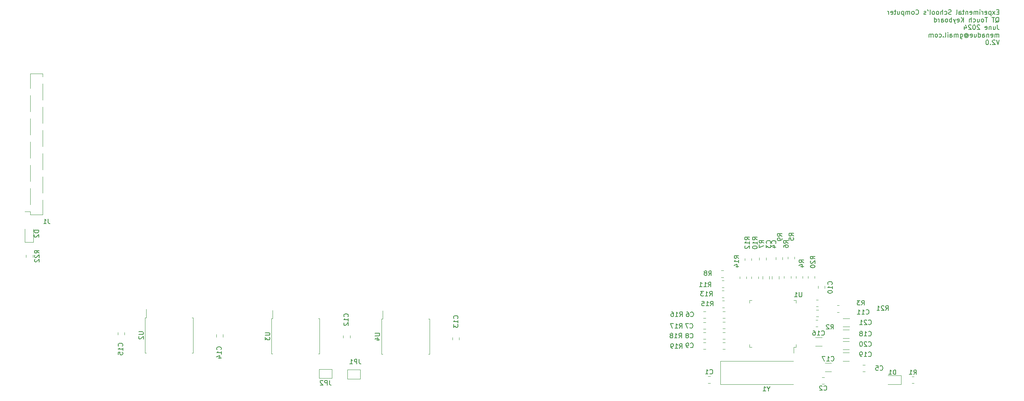
<source format=gbr>
G04 #@! TF.GenerationSoftware,KiCad,Pcbnew,5.1.5+dfsg1-2build2*
G04 #@! TF.CreationDate,2024-06-21T19:05:47+01:00*
G04 #@! TF.ProjectId,qt_touch1,71745f74-6f75-4636-9831-2e6b69636164,rev?*
G04 #@! TF.SameCoordinates,Original*
G04 #@! TF.FileFunction,Legend,Bot*
G04 #@! TF.FilePolarity,Positive*
%FSLAX46Y46*%
G04 Gerber Fmt 4.6, Leading zero omitted, Abs format (unit mm)*
G04 Created by KiCad (PCBNEW 5.1.5+dfsg1-2build2) date 2024-06-21 19:05:47*
%MOMM*%
%LPD*%
G04 APERTURE LIST*
%ADD10C,0.150000*%
%ADD11C,0.120000*%
G04 APERTURE END LIST*
D10*
X244739404Y-59853571D02*
X244406071Y-59853571D01*
X244263214Y-60377380D02*
X244739404Y-60377380D01*
X244739404Y-59377380D01*
X244263214Y-59377380D01*
X243929880Y-60377380D02*
X243406071Y-59710714D01*
X243929880Y-59710714D02*
X243406071Y-60377380D01*
X243025119Y-59710714D02*
X243025119Y-60710714D01*
X243025119Y-59758333D02*
X242929880Y-59710714D01*
X242739404Y-59710714D01*
X242644166Y-59758333D01*
X242596547Y-59805952D01*
X242548928Y-59901190D01*
X242548928Y-60186904D01*
X242596547Y-60282142D01*
X242644166Y-60329761D01*
X242739404Y-60377380D01*
X242929880Y-60377380D01*
X243025119Y-60329761D01*
X241739404Y-60329761D02*
X241834642Y-60377380D01*
X242025119Y-60377380D01*
X242120357Y-60329761D01*
X242167976Y-60234523D01*
X242167976Y-59853571D01*
X242120357Y-59758333D01*
X242025119Y-59710714D01*
X241834642Y-59710714D01*
X241739404Y-59758333D01*
X241691785Y-59853571D01*
X241691785Y-59948809D01*
X242167976Y-60044047D01*
X241263214Y-60377380D02*
X241263214Y-59710714D01*
X241263214Y-59901190D02*
X241215595Y-59805952D01*
X241167976Y-59758333D01*
X241072738Y-59710714D01*
X240977500Y-59710714D01*
X240644166Y-60377380D02*
X240644166Y-59710714D01*
X240644166Y-59377380D02*
X240691785Y-59425000D01*
X240644166Y-59472619D01*
X240596547Y-59425000D01*
X240644166Y-59377380D01*
X240644166Y-59472619D01*
X240167976Y-60377380D02*
X240167976Y-59710714D01*
X240167976Y-59805952D02*
X240120357Y-59758333D01*
X240025119Y-59710714D01*
X239882261Y-59710714D01*
X239787023Y-59758333D01*
X239739404Y-59853571D01*
X239739404Y-60377380D01*
X239739404Y-59853571D02*
X239691785Y-59758333D01*
X239596547Y-59710714D01*
X239453690Y-59710714D01*
X239358452Y-59758333D01*
X239310833Y-59853571D01*
X239310833Y-60377380D01*
X238453690Y-60329761D02*
X238548928Y-60377380D01*
X238739404Y-60377380D01*
X238834642Y-60329761D01*
X238882261Y-60234523D01*
X238882261Y-59853571D01*
X238834642Y-59758333D01*
X238739404Y-59710714D01*
X238548928Y-59710714D01*
X238453690Y-59758333D01*
X238406071Y-59853571D01*
X238406071Y-59948809D01*
X238882261Y-60044047D01*
X237977500Y-59710714D02*
X237977500Y-60377380D01*
X237977500Y-59805952D02*
X237929880Y-59758333D01*
X237834642Y-59710714D01*
X237691785Y-59710714D01*
X237596547Y-59758333D01*
X237548928Y-59853571D01*
X237548928Y-60377380D01*
X237215595Y-59710714D02*
X236834642Y-59710714D01*
X237072738Y-59377380D02*
X237072738Y-60234523D01*
X237025119Y-60329761D01*
X236929880Y-60377380D01*
X236834642Y-60377380D01*
X236072738Y-60377380D02*
X236072738Y-59853571D01*
X236120357Y-59758333D01*
X236215595Y-59710714D01*
X236406071Y-59710714D01*
X236501309Y-59758333D01*
X236072738Y-60329761D02*
X236167976Y-60377380D01*
X236406071Y-60377380D01*
X236501309Y-60329761D01*
X236548928Y-60234523D01*
X236548928Y-60139285D01*
X236501309Y-60044047D01*
X236406071Y-59996428D01*
X236167976Y-59996428D01*
X236072738Y-59948809D01*
X235453690Y-60377380D02*
X235548928Y-60329761D01*
X235596547Y-60234523D01*
X235596547Y-59377380D01*
X234358452Y-60329761D02*
X234215595Y-60377380D01*
X233977500Y-60377380D01*
X233882261Y-60329761D01*
X233834642Y-60282142D01*
X233787023Y-60186904D01*
X233787023Y-60091666D01*
X233834642Y-59996428D01*
X233882261Y-59948809D01*
X233977500Y-59901190D01*
X234167976Y-59853571D01*
X234263214Y-59805952D01*
X234310833Y-59758333D01*
X234358452Y-59663095D01*
X234358452Y-59567857D01*
X234310833Y-59472619D01*
X234263214Y-59425000D01*
X234167976Y-59377380D01*
X233929880Y-59377380D01*
X233787023Y-59425000D01*
X232929880Y-60329761D02*
X233025119Y-60377380D01*
X233215595Y-60377380D01*
X233310833Y-60329761D01*
X233358452Y-60282142D01*
X233406071Y-60186904D01*
X233406071Y-59901190D01*
X233358452Y-59805952D01*
X233310833Y-59758333D01*
X233215595Y-59710714D01*
X233025119Y-59710714D01*
X232929880Y-59758333D01*
X232501309Y-60377380D02*
X232501309Y-59377380D01*
X232072738Y-60377380D02*
X232072738Y-59853571D01*
X232120357Y-59758333D01*
X232215595Y-59710714D01*
X232358452Y-59710714D01*
X232453690Y-59758333D01*
X232501309Y-59805952D01*
X231453690Y-60377380D02*
X231548928Y-60329761D01*
X231596547Y-60282142D01*
X231644166Y-60186904D01*
X231644166Y-59901190D01*
X231596547Y-59805952D01*
X231548928Y-59758333D01*
X231453690Y-59710714D01*
X231310833Y-59710714D01*
X231215595Y-59758333D01*
X231167976Y-59805952D01*
X231120357Y-59901190D01*
X231120357Y-60186904D01*
X231167976Y-60282142D01*
X231215595Y-60329761D01*
X231310833Y-60377380D01*
X231453690Y-60377380D01*
X230548928Y-60377380D02*
X230644166Y-60329761D01*
X230691785Y-60282142D01*
X230739404Y-60186904D01*
X230739404Y-59901190D01*
X230691785Y-59805952D01*
X230644166Y-59758333D01*
X230548928Y-59710714D01*
X230406071Y-59710714D01*
X230310833Y-59758333D01*
X230263214Y-59805952D01*
X230215595Y-59901190D01*
X230215595Y-60186904D01*
X230263214Y-60282142D01*
X230310833Y-60329761D01*
X230406071Y-60377380D01*
X230548928Y-60377380D01*
X229644166Y-60377380D02*
X229739404Y-60329761D01*
X229787023Y-60234523D01*
X229787023Y-59377380D01*
X229215595Y-59377380D02*
X229310833Y-59567857D01*
X228834642Y-60329761D02*
X228739404Y-60377380D01*
X228548928Y-60377380D01*
X228453690Y-60329761D01*
X228406071Y-60234523D01*
X228406071Y-60186904D01*
X228453690Y-60091666D01*
X228548928Y-60044047D01*
X228691785Y-60044047D01*
X228787023Y-59996428D01*
X228834642Y-59901190D01*
X228834642Y-59853571D01*
X228787023Y-59758333D01*
X228691785Y-59710714D01*
X228548928Y-59710714D01*
X228453690Y-59758333D01*
X226644166Y-60282142D02*
X226691785Y-60329761D01*
X226834642Y-60377380D01*
X226929880Y-60377380D01*
X227072738Y-60329761D01*
X227167976Y-60234523D01*
X227215595Y-60139285D01*
X227263214Y-59948809D01*
X227263214Y-59805952D01*
X227215595Y-59615476D01*
X227167976Y-59520238D01*
X227072738Y-59425000D01*
X226929880Y-59377380D01*
X226834642Y-59377380D01*
X226691785Y-59425000D01*
X226644166Y-59472619D01*
X226072738Y-60377380D02*
X226167976Y-60329761D01*
X226215595Y-60282142D01*
X226263214Y-60186904D01*
X226263214Y-59901190D01*
X226215595Y-59805952D01*
X226167976Y-59758333D01*
X226072738Y-59710714D01*
X225929880Y-59710714D01*
X225834642Y-59758333D01*
X225787023Y-59805952D01*
X225739404Y-59901190D01*
X225739404Y-60186904D01*
X225787023Y-60282142D01*
X225834642Y-60329761D01*
X225929880Y-60377380D01*
X226072738Y-60377380D01*
X225310833Y-60377380D02*
X225310833Y-59710714D01*
X225310833Y-59805952D02*
X225263214Y-59758333D01*
X225167976Y-59710714D01*
X225025119Y-59710714D01*
X224929880Y-59758333D01*
X224882261Y-59853571D01*
X224882261Y-60377380D01*
X224882261Y-59853571D02*
X224834642Y-59758333D01*
X224739404Y-59710714D01*
X224596547Y-59710714D01*
X224501309Y-59758333D01*
X224453690Y-59853571D01*
X224453690Y-60377380D01*
X223977500Y-59710714D02*
X223977500Y-60710714D01*
X223977500Y-59758333D02*
X223882261Y-59710714D01*
X223691785Y-59710714D01*
X223596547Y-59758333D01*
X223548928Y-59805952D01*
X223501309Y-59901190D01*
X223501309Y-60186904D01*
X223548928Y-60282142D01*
X223596547Y-60329761D01*
X223691785Y-60377380D01*
X223882261Y-60377380D01*
X223977500Y-60329761D01*
X222644166Y-59710714D02*
X222644166Y-60377380D01*
X223072738Y-59710714D02*
X223072738Y-60234523D01*
X223025119Y-60329761D01*
X222929880Y-60377380D01*
X222787023Y-60377380D01*
X222691785Y-60329761D01*
X222644166Y-60282142D01*
X222310833Y-59710714D02*
X221929880Y-59710714D01*
X222167976Y-59377380D02*
X222167976Y-60234523D01*
X222120357Y-60329761D01*
X222025119Y-60377380D01*
X221929880Y-60377380D01*
X221215595Y-60329761D02*
X221310833Y-60377380D01*
X221501309Y-60377380D01*
X221596547Y-60329761D01*
X221644166Y-60234523D01*
X221644166Y-59853571D01*
X221596547Y-59758333D01*
X221501309Y-59710714D01*
X221310833Y-59710714D01*
X221215595Y-59758333D01*
X221167976Y-59853571D01*
X221167976Y-59948809D01*
X221644166Y-60044047D01*
X220739404Y-60377380D02*
X220739404Y-59710714D01*
X220739404Y-59901190D02*
X220691785Y-59805952D01*
X220644166Y-59758333D01*
X220548928Y-59710714D01*
X220453690Y-59710714D01*
X244072738Y-62122619D02*
X244167976Y-62075000D01*
X244263214Y-61979761D01*
X244406071Y-61836904D01*
X244501309Y-61789285D01*
X244596547Y-61789285D01*
X244548928Y-62027380D02*
X244644166Y-61979761D01*
X244739404Y-61884523D01*
X244787023Y-61694047D01*
X244787023Y-61360714D01*
X244739404Y-61170238D01*
X244644166Y-61075000D01*
X244548928Y-61027380D01*
X244358452Y-61027380D01*
X244263214Y-61075000D01*
X244167976Y-61170238D01*
X244120357Y-61360714D01*
X244120357Y-61694047D01*
X244167976Y-61884523D01*
X244263214Y-61979761D01*
X244358452Y-62027380D01*
X244548928Y-62027380D01*
X243834642Y-61027380D02*
X243263214Y-61027380D01*
X243548928Y-62027380D02*
X243548928Y-61027380D01*
X242310833Y-61027380D02*
X241739404Y-61027380D01*
X242025119Y-62027380D02*
X242025119Y-61027380D01*
X241263214Y-62027380D02*
X241358452Y-61979761D01*
X241406071Y-61932142D01*
X241453690Y-61836904D01*
X241453690Y-61551190D01*
X241406071Y-61455952D01*
X241358452Y-61408333D01*
X241263214Y-61360714D01*
X241120357Y-61360714D01*
X241025119Y-61408333D01*
X240977500Y-61455952D01*
X240929880Y-61551190D01*
X240929880Y-61836904D01*
X240977500Y-61932142D01*
X241025119Y-61979761D01*
X241120357Y-62027380D01*
X241263214Y-62027380D01*
X240072738Y-61360714D02*
X240072738Y-62027380D01*
X240501309Y-61360714D02*
X240501309Y-61884523D01*
X240453690Y-61979761D01*
X240358452Y-62027380D01*
X240215595Y-62027380D01*
X240120357Y-61979761D01*
X240072738Y-61932142D01*
X239167976Y-61979761D02*
X239263214Y-62027380D01*
X239453690Y-62027380D01*
X239548928Y-61979761D01*
X239596547Y-61932142D01*
X239644166Y-61836904D01*
X239644166Y-61551190D01*
X239596547Y-61455952D01*
X239548928Y-61408333D01*
X239453690Y-61360714D01*
X239263214Y-61360714D01*
X239167976Y-61408333D01*
X238739404Y-62027380D02*
X238739404Y-61027380D01*
X238310833Y-62027380D02*
X238310833Y-61503571D01*
X238358452Y-61408333D01*
X238453690Y-61360714D01*
X238596547Y-61360714D01*
X238691785Y-61408333D01*
X238739404Y-61455952D01*
X237072738Y-62027380D02*
X237072738Y-61027380D01*
X236501309Y-62027380D02*
X236929880Y-61455952D01*
X236501309Y-61027380D02*
X237072738Y-61598809D01*
X235691785Y-61979761D02*
X235787023Y-62027380D01*
X235977500Y-62027380D01*
X236072738Y-61979761D01*
X236120357Y-61884523D01*
X236120357Y-61503571D01*
X236072738Y-61408333D01*
X235977500Y-61360714D01*
X235787023Y-61360714D01*
X235691785Y-61408333D01*
X235644166Y-61503571D01*
X235644166Y-61598809D01*
X236120357Y-61694047D01*
X235310833Y-61360714D02*
X235072738Y-62027380D01*
X234834642Y-61360714D02*
X235072738Y-62027380D01*
X235167976Y-62265476D01*
X235215595Y-62313095D01*
X235310833Y-62360714D01*
X234453690Y-62027380D02*
X234453690Y-61027380D01*
X234453690Y-61408333D02*
X234358452Y-61360714D01*
X234167976Y-61360714D01*
X234072738Y-61408333D01*
X234025119Y-61455952D01*
X233977500Y-61551190D01*
X233977500Y-61836904D01*
X234025119Y-61932142D01*
X234072738Y-61979761D01*
X234167976Y-62027380D01*
X234358452Y-62027380D01*
X234453690Y-61979761D01*
X233406071Y-62027380D02*
X233501309Y-61979761D01*
X233548928Y-61932142D01*
X233596547Y-61836904D01*
X233596547Y-61551190D01*
X233548928Y-61455952D01*
X233501309Y-61408333D01*
X233406071Y-61360714D01*
X233263214Y-61360714D01*
X233167976Y-61408333D01*
X233120357Y-61455952D01*
X233072738Y-61551190D01*
X233072738Y-61836904D01*
X233120357Y-61932142D01*
X233167976Y-61979761D01*
X233263214Y-62027380D01*
X233406071Y-62027380D01*
X232215595Y-62027380D02*
X232215595Y-61503571D01*
X232263214Y-61408333D01*
X232358452Y-61360714D01*
X232548928Y-61360714D01*
X232644166Y-61408333D01*
X232215595Y-61979761D02*
X232310833Y-62027380D01*
X232548928Y-62027380D01*
X232644166Y-61979761D01*
X232691785Y-61884523D01*
X232691785Y-61789285D01*
X232644166Y-61694047D01*
X232548928Y-61646428D01*
X232310833Y-61646428D01*
X232215595Y-61598809D01*
X231739404Y-62027380D02*
X231739404Y-61360714D01*
X231739404Y-61551190D02*
X231691785Y-61455952D01*
X231644166Y-61408333D01*
X231548928Y-61360714D01*
X231453690Y-61360714D01*
X230691785Y-62027380D02*
X230691785Y-61027380D01*
X230691785Y-61979761D02*
X230787023Y-62027380D01*
X230977500Y-62027380D01*
X231072738Y-61979761D01*
X231120357Y-61932142D01*
X231167976Y-61836904D01*
X231167976Y-61551190D01*
X231120357Y-61455952D01*
X231072738Y-61408333D01*
X230977500Y-61360714D01*
X230787023Y-61360714D01*
X230691785Y-61408333D01*
X244453690Y-62677380D02*
X244453690Y-63391666D01*
X244501309Y-63534523D01*
X244596547Y-63629761D01*
X244739404Y-63677380D01*
X244834642Y-63677380D01*
X243548928Y-63010714D02*
X243548928Y-63677380D01*
X243977500Y-63010714D02*
X243977500Y-63534523D01*
X243929880Y-63629761D01*
X243834642Y-63677380D01*
X243691785Y-63677380D01*
X243596547Y-63629761D01*
X243548928Y-63582142D01*
X243072738Y-63010714D02*
X243072738Y-63677380D01*
X243072738Y-63105952D02*
X243025119Y-63058333D01*
X242929880Y-63010714D01*
X242787023Y-63010714D01*
X242691785Y-63058333D01*
X242644166Y-63153571D01*
X242644166Y-63677380D01*
X241787023Y-63629761D02*
X241882261Y-63677380D01*
X242072738Y-63677380D01*
X242167976Y-63629761D01*
X242215595Y-63534523D01*
X242215595Y-63153571D01*
X242167976Y-63058333D01*
X242072738Y-63010714D01*
X241882261Y-63010714D01*
X241787023Y-63058333D01*
X241739404Y-63153571D01*
X241739404Y-63248809D01*
X242215595Y-63344047D01*
X240596547Y-62772619D02*
X240548928Y-62725000D01*
X240453690Y-62677380D01*
X240215595Y-62677380D01*
X240120357Y-62725000D01*
X240072738Y-62772619D01*
X240025119Y-62867857D01*
X240025119Y-62963095D01*
X240072738Y-63105952D01*
X240644166Y-63677380D01*
X240025119Y-63677380D01*
X239406071Y-62677380D02*
X239310833Y-62677380D01*
X239215595Y-62725000D01*
X239167976Y-62772619D01*
X239120357Y-62867857D01*
X239072738Y-63058333D01*
X239072738Y-63296428D01*
X239120357Y-63486904D01*
X239167976Y-63582142D01*
X239215595Y-63629761D01*
X239310833Y-63677380D01*
X239406071Y-63677380D01*
X239501309Y-63629761D01*
X239548928Y-63582142D01*
X239596547Y-63486904D01*
X239644166Y-63296428D01*
X239644166Y-63058333D01*
X239596547Y-62867857D01*
X239548928Y-62772619D01*
X239501309Y-62725000D01*
X239406071Y-62677380D01*
X238691785Y-62772619D02*
X238644166Y-62725000D01*
X238548928Y-62677380D01*
X238310833Y-62677380D01*
X238215595Y-62725000D01*
X238167976Y-62772619D01*
X238120357Y-62867857D01*
X238120357Y-62963095D01*
X238167976Y-63105952D01*
X238739404Y-63677380D01*
X238120357Y-63677380D01*
X237263214Y-63010714D02*
X237263214Y-63677380D01*
X237501309Y-62629761D02*
X237739404Y-63344047D01*
X237120357Y-63344047D01*
X244739404Y-65327380D02*
X244739404Y-64660714D01*
X244739404Y-64755952D02*
X244691785Y-64708333D01*
X244596547Y-64660714D01*
X244453690Y-64660714D01*
X244358452Y-64708333D01*
X244310833Y-64803571D01*
X244310833Y-65327380D01*
X244310833Y-64803571D02*
X244263214Y-64708333D01*
X244167976Y-64660714D01*
X244025119Y-64660714D01*
X243929880Y-64708333D01*
X243882261Y-64803571D01*
X243882261Y-65327380D01*
X243025119Y-65279761D02*
X243120357Y-65327380D01*
X243310833Y-65327380D01*
X243406071Y-65279761D01*
X243453690Y-65184523D01*
X243453690Y-64803571D01*
X243406071Y-64708333D01*
X243310833Y-64660714D01*
X243120357Y-64660714D01*
X243025119Y-64708333D01*
X242977500Y-64803571D01*
X242977500Y-64898809D01*
X243453690Y-64994047D01*
X242548928Y-64660714D02*
X242548928Y-65327380D01*
X242548928Y-64755952D02*
X242501309Y-64708333D01*
X242406071Y-64660714D01*
X242263214Y-64660714D01*
X242167976Y-64708333D01*
X242120357Y-64803571D01*
X242120357Y-65327380D01*
X241215595Y-65327380D02*
X241215595Y-64803571D01*
X241263214Y-64708333D01*
X241358452Y-64660714D01*
X241548928Y-64660714D01*
X241644166Y-64708333D01*
X241215595Y-65279761D02*
X241310833Y-65327380D01*
X241548928Y-65327380D01*
X241644166Y-65279761D01*
X241691785Y-65184523D01*
X241691785Y-65089285D01*
X241644166Y-64994047D01*
X241548928Y-64946428D01*
X241310833Y-64946428D01*
X241215595Y-64898809D01*
X240310833Y-65327380D02*
X240310833Y-64327380D01*
X240310833Y-65279761D02*
X240406071Y-65327380D01*
X240596547Y-65327380D01*
X240691785Y-65279761D01*
X240739404Y-65232142D01*
X240787023Y-65136904D01*
X240787023Y-64851190D01*
X240739404Y-64755952D01*
X240691785Y-64708333D01*
X240596547Y-64660714D01*
X240406071Y-64660714D01*
X240310833Y-64708333D01*
X239406071Y-64660714D02*
X239406071Y-65327380D01*
X239834642Y-64660714D02*
X239834642Y-65184523D01*
X239787023Y-65279761D01*
X239691785Y-65327380D01*
X239548928Y-65327380D01*
X239453690Y-65279761D01*
X239406071Y-65232142D01*
X238548928Y-65279761D02*
X238644166Y-65327380D01*
X238834642Y-65327380D01*
X238929880Y-65279761D01*
X238977500Y-65184523D01*
X238977500Y-64803571D01*
X238929880Y-64708333D01*
X238834642Y-64660714D01*
X238644166Y-64660714D01*
X238548928Y-64708333D01*
X238501309Y-64803571D01*
X238501309Y-64898809D01*
X238977500Y-64994047D01*
X237453690Y-64851190D02*
X237501309Y-64803571D01*
X237596547Y-64755952D01*
X237691785Y-64755952D01*
X237787023Y-64803571D01*
X237834642Y-64851190D01*
X237882261Y-64946428D01*
X237882261Y-65041666D01*
X237834642Y-65136904D01*
X237787023Y-65184523D01*
X237691785Y-65232142D01*
X237596547Y-65232142D01*
X237501309Y-65184523D01*
X237453690Y-65136904D01*
X237453690Y-64755952D02*
X237453690Y-65136904D01*
X237406071Y-65184523D01*
X237358452Y-65184523D01*
X237263214Y-65136904D01*
X237215595Y-65041666D01*
X237215595Y-64803571D01*
X237310833Y-64660714D01*
X237453690Y-64565476D01*
X237644166Y-64517857D01*
X237834642Y-64565476D01*
X237977500Y-64660714D01*
X238072738Y-64803571D01*
X238120357Y-64994047D01*
X238072738Y-65184523D01*
X237977500Y-65327380D01*
X237834642Y-65422619D01*
X237644166Y-65470238D01*
X237453690Y-65422619D01*
X237310833Y-65327380D01*
X236358452Y-64660714D02*
X236358452Y-65470238D01*
X236406071Y-65565476D01*
X236453690Y-65613095D01*
X236548928Y-65660714D01*
X236691785Y-65660714D01*
X236787023Y-65613095D01*
X236358452Y-65279761D02*
X236453690Y-65327380D01*
X236644166Y-65327380D01*
X236739404Y-65279761D01*
X236787023Y-65232142D01*
X236834642Y-65136904D01*
X236834642Y-64851190D01*
X236787023Y-64755952D01*
X236739404Y-64708333D01*
X236644166Y-64660714D01*
X236453690Y-64660714D01*
X236358452Y-64708333D01*
X235882261Y-65327380D02*
X235882261Y-64660714D01*
X235882261Y-64755952D02*
X235834642Y-64708333D01*
X235739404Y-64660714D01*
X235596547Y-64660714D01*
X235501309Y-64708333D01*
X235453690Y-64803571D01*
X235453690Y-65327380D01*
X235453690Y-64803571D02*
X235406071Y-64708333D01*
X235310833Y-64660714D01*
X235167976Y-64660714D01*
X235072738Y-64708333D01*
X235025119Y-64803571D01*
X235025119Y-65327380D01*
X234120357Y-65327380D02*
X234120357Y-64803571D01*
X234167976Y-64708333D01*
X234263214Y-64660714D01*
X234453690Y-64660714D01*
X234548928Y-64708333D01*
X234120357Y-65279761D02*
X234215595Y-65327380D01*
X234453690Y-65327380D01*
X234548928Y-65279761D01*
X234596547Y-65184523D01*
X234596547Y-65089285D01*
X234548928Y-64994047D01*
X234453690Y-64946428D01*
X234215595Y-64946428D01*
X234120357Y-64898809D01*
X233644166Y-65327380D02*
X233644166Y-64660714D01*
X233644166Y-64327380D02*
X233691785Y-64375000D01*
X233644166Y-64422619D01*
X233596547Y-64375000D01*
X233644166Y-64327380D01*
X233644166Y-64422619D01*
X233025119Y-65327380D02*
X233120357Y-65279761D01*
X233167976Y-65184523D01*
X233167976Y-64327380D01*
X232644166Y-65232142D02*
X232596547Y-65279761D01*
X232644166Y-65327380D01*
X232691785Y-65279761D01*
X232644166Y-65232142D01*
X232644166Y-65327380D01*
X231739404Y-65279761D02*
X231834642Y-65327380D01*
X232025119Y-65327380D01*
X232120357Y-65279761D01*
X232167976Y-65232142D01*
X232215595Y-65136904D01*
X232215595Y-64851190D01*
X232167976Y-64755952D01*
X232120357Y-64708333D01*
X232025119Y-64660714D01*
X231834642Y-64660714D01*
X231739404Y-64708333D01*
X231167976Y-65327380D02*
X231263214Y-65279761D01*
X231310833Y-65232142D01*
X231358452Y-65136904D01*
X231358452Y-64851190D01*
X231310833Y-64755952D01*
X231263214Y-64708333D01*
X231167976Y-64660714D01*
X231025119Y-64660714D01*
X230929880Y-64708333D01*
X230882261Y-64755952D01*
X230834642Y-64851190D01*
X230834642Y-65136904D01*
X230882261Y-65232142D01*
X230929880Y-65279761D01*
X231025119Y-65327380D01*
X231167976Y-65327380D01*
X230406071Y-65327380D02*
X230406071Y-64660714D01*
X230406071Y-64755952D02*
X230358452Y-64708333D01*
X230263214Y-64660714D01*
X230120357Y-64660714D01*
X230025119Y-64708333D01*
X229977500Y-64803571D01*
X229977500Y-65327380D01*
X229977500Y-64803571D02*
X229929880Y-64708333D01*
X229834642Y-64660714D01*
X229691785Y-64660714D01*
X229596547Y-64708333D01*
X229548928Y-64803571D01*
X229548928Y-65327380D01*
X244882261Y-65977380D02*
X244548928Y-66977380D01*
X244215595Y-65977380D01*
X243929880Y-66072619D02*
X243882261Y-66025000D01*
X243787023Y-65977380D01*
X243548928Y-65977380D01*
X243453690Y-66025000D01*
X243406071Y-66072619D01*
X243358452Y-66167857D01*
X243358452Y-66263095D01*
X243406071Y-66405952D01*
X243977500Y-66977380D01*
X243358452Y-66977380D01*
X242929880Y-66882142D02*
X242882261Y-66929761D01*
X242929880Y-66977380D01*
X242977500Y-66929761D01*
X242929880Y-66882142D01*
X242929880Y-66977380D01*
X242263214Y-65977380D02*
X242167976Y-65977380D01*
X242072738Y-66025000D01*
X242025119Y-66072619D01*
X241977500Y-66167857D01*
X241929880Y-66358333D01*
X241929880Y-66596428D01*
X241977500Y-66786904D01*
X242025119Y-66882142D01*
X242072738Y-66929761D01*
X242167976Y-66977380D01*
X242263214Y-66977380D01*
X242358452Y-66929761D01*
X242406071Y-66882142D01*
X242453690Y-66786904D01*
X242501309Y-66596428D01*
X242501309Y-66358333D01*
X242453690Y-66167857D01*
X242406071Y-66072619D01*
X242358452Y-66025000D01*
X242263214Y-65977380D01*
D11*
X210751248Y-126790000D02*
X212173752Y-126790000D01*
X210751248Y-128610000D02*
X212173752Y-128610000D01*
X210688748Y-131790000D02*
X212111252Y-131790000D01*
X210688748Y-133610000D02*
X212111252Y-133610000D01*
X210688748Y-134290000D02*
X212111252Y-134290000D01*
X210688748Y-136110000D02*
X212111252Y-136110000D01*
X210688748Y-129290000D02*
X212111252Y-129290000D01*
X210688748Y-131110000D02*
X212111252Y-131110000D01*
X208211252Y-138410000D02*
X206788748Y-138410000D01*
X208211252Y-136590000D02*
X206788748Y-136590000D01*
X206111252Y-132810000D02*
X204688748Y-132810000D01*
X206111252Y-130990000D02*
X204688748Y-130990000D01*
X110195000Y-126940000D02*
X110195000Y-125125000D01*
X109940000Y-126940000D02*
X110195000Y-126940000D01*
X109940000Y-130800000D02*
X109940000Y-126940000D01*
X109940000Y-134660000D02*
X110195000Y-134660000D01*
X109940000Y-130800000D02*
X109940000Y-134660000D01*
X120460000Y-126940000D02*
X120205000Y-126940000D01*
X120460000Y-130800000D02*
X120460000Y-126940000D01*
X120460000Y-134660000D02*
X120205000Y-134660000D01*
X120460000Y-130800000D02*
X120460000Y-134660000D01*
X86195000Y-126840000D02*
X86195000Y-125025000D01*
X85940000Y-126840000D02*
X86195000Y-126840000D01*
X85940000Y-130700000D02*
X85940000Y-126840000D01*
X85940000Y-134560000D02*
X86195000Y-134560000D01*
X85940000Y-130700000D02*
X85940000Y-134560000D01*
X96460000Y-126840000D02*
X96205000Y-126840000D01*
X96460000Y-130700000D02*
X96460000Y-126840000D01*
X96460000Y-134560000D02*
X96205000Y-134560000D01*
X96460000Y-130700000D02*
X96460000Y-134560000D01*
X58595000Y-126640000D02*
X58595000Y-124825000D01*
X58340000Y-126640000D02*
X58595000Y-126640000D01*
X58340000Y-130500000D02*
X58340000Y-126640000D01*
X58340000Y-134360000D02*
X58595000Y-134360000D01*
X58340000Y-130500000D02*
X58340000Y-134360000D01*
X68860000Y-126640000D02*
X68605000Y-126640000D01*
X68860000Y-130500000D02*
X68860000Y-126640000D01*
X68860000Y-134360000D02*
X68605000Y-134360000D01*
X68860000Y-130500000D02*
X68860000Y-134360000D01*
X96300000Y-139900000D02*
X99100000Y-139900000D01*
X99100000Y-139900000D02*
X99100000Y-137900000D01*
X99100000Y-137900000D02*
X96300000Y-137900000D01*
X96300000Y-137900000D02*
X96300000Y-139900000D01*
X102500000Y-140000000D02*
X105300000Y-140000000D01*
X105300000Y-140000000D02*
X105300000Y-138000000D01*
X105300000Y-138000000D02*
X102500000Y-138000000D01*
X102500000Y-138000000D02*
X102500000Y-140000000D01*
X32365000Y-113427064D02*
X32365000Y-112972936D01*
X33835000Y-113427064D02*
X33835000Y-112972936D01*
X32040000Y-110160000D02*
X32040000Y-107300000D01*
X33960000Y-110160000D02*
X32040000Y-110160000D01*
X33960000Y-107300000D02*
X33960000Y-110160000D01*
X223385000Y-141210000D02*
X220525000Y-141210000D01*
X223385000Y-139290000D02*
X223385000Y-141210000D01*
X220525000Y-139290000D02*
X223385000Y-139290000D01*
X32060000Y-103430000D02*
X33270000Y-103430000D01*
X33270000Y-76510000D02*
X33270000Y-73300000D01*
X33270000Y-81590000D02*
X33270000Y-78030000D01*
X33270000Y-86670000D02*
X33270000Y-83110000D01*
X33270000Y-91750000D02*
X33270000Y-88190000D01*
X33270000Y-96830000D02*
X33270000Y-93270000D01*
X33270000Y-101910000D02*
X33270000Y-98350000D01*
X33270000Y-104100000D02*
X33270000Y-103430000D01*
X33270000Y-73300000D02*
X35930000Y-73300000D01*
X35930000Y-73970000D02*
X35930000Y-73300000D01*
X35930000Y-79050000D02*
X35930000Y-75490000D01*
X35930000Y-84130000D02*
X35930000Y-80570000D01*
X35930000Y-89210000D02*
X35930000Y-85650000D01*
X35930000Y-94290000D02*
X35930000Y-90730000D01*
X35930000Y-99370000D02*
X35930000Y-95810000D01*
X35930000Y-104100000D02*
X35930000Y-100890000D01*
X33270000Y-104100000D02*
X35930000Y-104100000D01*
X52365000Y-130361252D02*
X52365000Y-129838748D01*
X53835000Y-130361252D02*
X53835000Y-129838748D01*
X73865000Y-130861252D02*
X73865000Y-130338748D01*
X75335000Y-130861252D02*
X75335000Y-130338748D01*
X125440000Y-131511252D02*
X125440000Y-130988748D01*
X126910000Y-131511252D02*
X126910000Y-130988748D01*
X101615000Y-131086252D02*
X101615000Y-130563748D01*
X103085000Y-131086252D02*
X103085000Y-130563748D01*
X204838748Y-124965000D02*
X205361252Y-124965000D01*
X204838748Y-126435000D02*
X205361252Y-126435000D01*
X206735000Y-119738748D02*
X206735000Y-120261252D01*
X205265000Y-119738748D02*
X205265000Y-120261252D01*
X184961252Y-133535000D02*
X184438748Y-133535000D01*
X184961252Y-132065000D02*
X184438748Y-132065000D01*
X184961252Y-131335000D02*
X184438748Y-131335000D01*
X184961252Y-129865000D02*
X184438748Y-129865000D01*
X184961252Y-129035000D02*
X184438748Y-129035000D01*
X184961252Y-127565000D02*
X184438748Y-127565000D01*
X184961252Y-126735000D02*
X184438748Y-126735000D01*
X184961252Y-125265000D02*
X184438748Y-125265000D01*
X215561252Y-138435000D02*
X215038748Y-138435000D01*
X215561252Y-136965000D02*
X215038748Y-136965000D01*
X195265000Y-118161252D02*
X195265000Y-117638748D01*
X196735000Y-118161252D02*
X196735000Y-117638748D01*
X193165000Y-118161252D02*
X193165000Y-117638748D01*
X194635000Y-118161252D02*
X194635000Y-117638748D01*
X206138748Y-139665000D02*
X206661252Y-139665000D01*
X206138748Y-141135000D02*
X206661252Y-141135000D01*
X181761252Y-140935000D02*
X181238748Y-140935000D01*
X181761252Y-139465000D02*
X181238748Y-139465000D01*
X183925000Y-136150000D02*
X199900000Y-136150000D01*
X183925000Y-141250000D02*
X183925000Y-136150000D01*
X199900000Y-141250000D02*
X183925000Y-141250000D01*
X199935000Y-133110000D02*
X199935000Y-134400000D01*
X200510000Y-133110000D02*
X199935000Y-133110000D01*
X200510000Y-132535000D02*
X200510000Y-133110000D01*
X200510000Y-122890000D02*
X199935000Y-122890000D01*
X200510000Y-123465000D02*
X200510000Y-122890000D01*
X190290000Y-133110000D02*
X190865000Y-133110000D01*
X190290000Y-132535000D02*
X190290000Y-133110000D01*
X190290000Y-122890000D02*
X190865000Y-122890000D01*
X190290000Y-123465000D02*
X190290000Y-122890000D01*
X209422936Y-123965000D02*
X209877064Y-123965000D01*
X209422936Y-125435000D02*
X209877064Y-125435000D01*
X203065000Y-118027064D02*
X203065000Y-117572936D01*
X204535000Y-118027064D02*
X204535000Y-117572936D01*
X180727064Y-133535000D02*
X180272936Y-133535000D01*
X180727064Y-132065000D02*
X180272936Y-132065000D01*
X180727064Y-131335000D02*
X180272936Y-131335000D01*
X180727064Y-129865000D02*
X180272936Y-129865000D01*
X180727064Y-129135000D02*
X180272936Y-129135000D01*
X180727064Y-127665000D02*
X180272936Y-127665000D01*
X180727064Y-126735000D02*
X180272936Y-126735000D01*
X180727064Y-125265000D02*
X180272936Y-125265000D01*
X184827064Y-124435000D02*
X184372936Y-124435000D01*
X184827064Y-122965000D02*
X184372936Y-122965000D01*
X188165000Y-118127064D02*
X188165000Y-117672936D01*
X189635000Y-118127064D02*
X189635000Y-117672936D01*
X184727064Y-122235000D02*
X184272936Y-122235000D01*
X184727064Y-120765000D02*
X184272936Y-120765000D01*
X189265000Y-114127064D02*
X189265000Y-113672936D01*
X190735000Y-114127064D02*
X190735000Y-113672936D01*
X184727064Y-120035000D02*
X184272936Y-120035000D01*
X184727064Y-118565000D02*
X184272936Y-118565000D01*
X190765000Y-118127064D02*
X190765000Y-117672936D01*
X192235000Y-118127064D02*
X192235000Y-117672936D01*
X196065000Y-113927064D02*
X196065000Y-113472936D01*
X197535000Y-113927064D02*
X197535000Y-113472936D01*
X184627064Y-117835000D02*
X184172936Y-117835000D01*
X184627064Y-116365000D02*
X184172936Y-116365000D01*
X192465000Y-114027064D02*
X192465000Y-113572936D01*
X193935000Y-114027064D02*
X193935000Y-113572936D01*
X197865000Y-118027064D02*
X197865000Y-117572936D01*
X199335000Y-118027064D02*
X199335000Y-117572936D01*
X198665000Y-113827064D02*
X198665000Y-113372936D01*
X200135000Y-113827064D02*
X200135000Y-113372936D01*
X200465000Y-118027064D02*
X200465000Y-117572936D01*
X201935000Y-118027064D02*
X201935000Y-117572936D01*
X204872936Y-122765000D02*
X205327064Y-122765000D01*
X204872936Y-124235000D02*
X205327064Y-124235000D01*
X204772936Y-127165000D02*
X205227064Y-127165000D01*
X204772936Y-128635000D02*
X205227064Y-128635000D01*
X226252064Y-140985000D02*
X225797936Y-140985000D01*
X226252064Y-139515000D02*
X225797936Y-139515000D01*
D10*
X216292857Y-128057142D02*
X216340476Y-128104761D01*
X216483333Y-128152380D01*
X216578571Y-128152380D01*
X216721428Y-128104761D01*
X216816666Y-128009523D01*
X216864285Y-127914285D01*
X216911904Y-127723809D01*
X216911904Y-127580952D01*
X216864285Y-127390476D01*
X216816666Y-127295238D01*
X216721428Y-127200000D01*
X216578571Y-127152380D01*
X216483333Y-127152380D01*
X216340476Y-127200000D01*
X216292857Y-127247619D01*
X215911904Y-127247619D02*
X215864285Y-127200000D01*
X215769047Y-127152380D01*
X215530952Y-127152380D01*
X215435714Y-127200000D01*
X215388095Y-127247619D01*
X215340476Y-127342857D01*
X215340476Y-127438095D01*
X215388095Y-127580952D01*
X215959523Y-128152380D01*
X215340476Y-128152380D01*
X214388095Y-128152380D02*
X214959523Y-128152380D01*
X214673809Y-128152380D02*
X214673809Y-127152380D01*
X214769047Y-127295238D01*
X214864285Y-127390476D01*
X214959523Y-127438095D01*
X216292857Y-132807142D02*
X216340476Y-132854761D01*
X216483333Y-132902380D01*
X216578571Y-132902380D01*
X216721428Y-132854761D01*
X216816666Y-132759523D01*
X216864285Y-132664285D01*
X216911904Y-132473809D01*
X216911904Y-132330952D01*
X216864285Y-132140476D01*
X216816666Y-132045238D01*
X216721428Y-131950000D01*
X216578571Y-131902380D01*
X216483333Y-131902380D01*
X216340476Y-131950000D01*
X216292857Y-131997619D01*
X215911904Y-131997619D02*
X215864285Y-131950000D01*
X215769047Y-131902380D01*
X215530952Y-131902380D01*
X215435714Y-131950000D01*
X215388095Y-131997619D01*
X215340476Y-132092857D01*
X215340476Y-132188095D01*
X215388095Y-132330952D01*
X215959523Y-132902380D01*
X215340476Y-132902380D01*
X214721428Y-131902380D02*
X214626190Y-131902380D01*
X214530952Y-131950000D01*
X214483333Y-131997619D01*
X214435714Y-132092857D01*
X214388095Y-132283333D01*
X214388095Y-132521428D01*
X214435714Y-132711904D01*
X214483333Y-132807142D01*
X214530952Y-132854761D01*
X214626190Y-132902380D01*
X214721428Y-132902380D01*
X214816666Y-132854761D01*
X214864285Y-132807142D01*
X214911904Y-132711904D01*
X214959523Y-132521428D01*
X214959523Y-132283333D01*
X214911904Y-132092857D01*
X214864285Y-131997619D01*
X214816666Y-131950000D01*
X214721428Y-131902380D01*
X216292857Y-135057142D02*
X216340476Y-135104761D01*
X216483333Y-135152380D01*
X216578571Y-135152380D01*
X216721428Y-135104761D01*
X216816666Y-135009523D01*
X216864285Y-134914285D01*
X216911904Y-134723809D01*
X216911904Y-134580952D01*
X216864285Y-134390476D01*
X216816666Y-134295238D01*
X216721428Y-134200000D01*
X216578571Y-134152380D01*
X216483333Y-134152380D01*
X216340476Y-134200000D01*
X216292857Y-134247619D01*
X215340476Y-135152380D02*
X215911904Y-135152380D01*
X215626190Y-135152380D02*
X215626190Y-134152380D01*
X215721428Y-134295238D01*
X215816666Y-134390476D01*
X215911904Y-134438095D01*
X214864285Y-135152380D02*
X214673809Y-135152380D01*
X214578571Y-135104761D01*
X214530952Y-135057142D01*
X214435714Y-134914285D01*
X214388095Y-134723809D01*
X214388095Y-134342857D01*
X214435714Y-134247619D01*
X214483333Y-134200000D01*
X214578571Y-134152380D01*
X214769047Y-134152380D01*
X214864285Y-134200000D01*
X214911904Y-134247619D01*
X214959523Y-134342857D01*
X214959523Y-134580952D01*
X214911904Y-134676190D01*
X214864285Y-134723809D01*
X214769047Y-134771428D01*
X214578571Y-134771428D01*
X214483333Y-134723809D01*
X214435714Y-134676190D01*
X214388095Y-134580952D01*
X216292857Y-130557142D02*
X216340476Y-130604761D01*
X216483333Y-130652380D01*
X216578571Y-130652380D01*
X216721428Y-130604761D01*
X216816666Y-130509523D01*
X216864285Y-130414285D01*
X216911904Y-130223809D01*
X216911904Y-130080952D01*
X216864285Y-129890476D01*
X216816666Y-129795238D01*
X216721428Y-129700000D01*
X216578571Y-129652380D01*
X216483333Y-129652380D01*
X216340476Y-129700000D01*
X216292857Y-129747619D01*
X215340476Y-130652380D02*
X215911904Y-130652380D01*
X215626190Y-130652380D02*
X215626190Y-129652380D01*
X215721428Y-129795238D01*
X215816666Y-129890476D01*
X215911904Y-129938095D01*
X214769047Y-130080952D02*
X214864285Y-130033333D01*
X214911904Y-129985714D01*
X214959523Y-129890476D01*
X214959523Y-129842857D01*
X214911904Y-129747619D01*
X214864285Y-129700000D01*
X214769047Y-129652380D01*
X214578571Y-129652380D01*
X214483333Y-129700000D01*
X214435714Y-129747619D01*
X214388095Y-129842857D01*
X214388095Y-129890476D01*
X214435714Y-129985714D01*
X214483333Y-130033333D01*
X214578571Y-130080952D01*
X214769047Y-130080952D01*
X214864285Y-130128571D01*
X214911904Y-130176190D01*
X214959523Y-130271428D01*
X214959523Y-130461904D01*
X214911904Y-130557142D01*
X214864285Y-130604761D01*
X214769047Y-130652380D01*
X214578571Y-130652380D01*
X214483333Y-130604761D01*
X214435714Y-130557142D01*
X214388095Y-130461904D01*
X214388095Y-130271428D01*
X214435714Y-130176190D01*
X214483333Y-130128571D01*
X214578571Y-130080952D01*
X208142857Y-136007142D02*
X208190476Y-136054761D01*
X208333333Y-136102380D01*
X208428571Y-136102380D01*
X208571428Y-136054761D01*
X208666666Y-135959523D01*
X208714285Y-135864285D01*
X208761904Y-135673809D01*
X208761904Y-135530952D01*
X208714285Y-135340476D01*
X208666666Y-135245238D01*
X208571428Y-135150000D01*
X208428571Y-135102380D01*
X208333333Y-135102380D01*
X208190476Y-135150000D01*
X208142857Y-135197619D01*
X207190476Y-136102380D02*
X207761904Y-136102380D01*
X207476190Y-136102380D02*
X207476190Y-135102380D01*
X207571428Y-135245238D01*
X207666666Y-135340476D01*
X207761904Y-135388095D01*
X206857142Y-135102380D02*
X206190476Y-135102380D01*
X206619047Y-136102380D01*
X206042857Y-130407142D02*
X206090476Y-130454761D01*
X206233333Y-130502380D01*
X206328571Y-130502380D01*
X206471428Y-130454761D01*
X206566666Y-130359523D01*
X206614285Y-130264285D01*
X206661904Y-130073809D01*
X206661904Y-129930952D01*
X206614285Y-129740476D01*
X206566666Y-129645238D01*
X206471428Y-129550000D01*
X206328571Y-129502380D01*
X206233333Y-129502380D01*
X206090476Y-129550000D01*
X206042857Y-129597619D01*
X205090476Y-130502380D02*
X205661904Y-130502380D01*
X205376190Y-130502380D02*
X205376190Y-129502380D01*
X205471428Y-129645238D01*
X205566666Y-129740476D01*
X205661904Y-129788095D01*
X204233333Y-129502380D02*
X204423809Y-129502380D01*
X204519047Y-129550000D01*
X204566666Y-129597619D01*
X204661904Y-129740476D01*
X204709523Y-129930952D01*
X204709523Y-130311904D01*
X204661904Y-130407142D01*
X204614285Y-130454761D01*
X204519047Y-130502380D01*
X204328571Y-130502380D01*
X204233333Y-130454761D01*
X204185714Y-130407142D01*
X204138095Y-130311904D01*
X204138095Y-130073809D01*
X204185714Y-129978571D01*
X204233333Y-129930952D01*
X204328571Y-129883333D01*
X204519047Y-129883333D01*
X204614285Y-129930952D01*
X204661904Y-129978571D01*
X204709523Y-130073809D01*
X108552380Y-130038095D02*
X109361904Y-130038095D01*
X109457142Y-130085714D01*
X109504761Y-130133333D01*
X109552380Y-130228571D01*
X109552380Y-130419047D01*
X109504761Y-130514285D01*
X109457142Y-130561904D01*
X109361904Y-130609523D01*
X108552380Y-130609523D01*
X108885714Y-131514285D02*
X109552380Y-131514285D01*
X108504761Y-131276190D02*
X109219047Y-131038095D01*
X109219047Y-131657142D01*
X84552380Y-129938095D02*
X85361904Y-129938095D01*
X85457142Y-129985714D01*
X85504761Y-130033333D01*
X85552380Y-130128571D01*
X85552380Y-130319047D01*
X85504761Y-130414285D01*
X85457142Y-130461904D01*
X85361904Y-130509523D01*
X84552380Y-130509523D01*
X84552380Y-130890476D02*
X84552380Y-131509523D01*
X84933333Y-131176190D01*
X84933333Y-131319047D01*
X84980952Y-131414285D01*
X85028571Y-131461904D01*
X85123809Y-131509523D01*
X85361904Y-131509523D01*
X85457142Y-131461904D01*
X85504761Y-131414285D01*
X85552380Y-131319047D01*
X85552380Y-131033333D01*
X85504761Y-130938095D01*
X85457142Y-130890476D01*
X56952380Y-129738095D02*
X57761904Y-129738095D01*
X57857142Y-129785714D01*
X57904761Y-129833333D01*
X57952380Y-129928571D01*
X57952380Y-130119047D01*
X57904761Y-130214285D01*
X57857142Y-130261904D01*
X57761904Y-130309523D01*
X56952380Y-130309523D01*
X57047619Y-130738095D02*
X57000000Y-130785714D01*
X56952380Y-130880952D01*
X56952380Y-131119047D01*
X57000000Y-131214285D01*
X57047619Y-131261904D01*
X57142857Y-131309523D01*
X57238095Y-131309523D01*
X57380952Y-131261904D01*
X57952380Y-130690476D01*
X57952380Y-131309523D01*
X98583333Y-140352380D02*
X98583333Y-141066666D01*
X98630952Y-141209523D01*
X98726190Y-141304761D01*
X98869047Y-141352380D01*
X98964285Y-141352380D01*
X98107142Y-141352380D02*
X98107142Y-140352380D01*
X97726190Y-140352380D01*
X97630952Y-140400000D01*
X97583333Y-140447619D01*
X97535714Y-140542857D01*
X97535714Y-140685714D01*
X97583333Y-140780952D01*
X97630952Y-140828571D01*
X97726190Y-140876190D01*
X98107142Y-140876190D01*
X97154761Y-140447619D02*
X97107142Y-140400000D01*
X97011904Y-140352380D01*
X96773809Y-140352380D01*
X96678571Y-140400000D01*
X96630952Y-140447619D01*
X96583333Y-140542857D01*
X96583333Y-140638095D01*
X96630952Y-140780952D01*
X97202380Y-141352380D01*
X96583333Y-141352380D01*
X105058333Y-135752380D02*
X105058333Y-136466666D01*
X105105952Y-136609523D01*
X105201190Y-136704761D01*
X105344047Y-136752380D01*
X105439285Y-136752380D01*
X104582142Y-136752380D02*
X104582142Y-135752380D01*
X104201190Y-135752380D01*
X104105952Y-135800000D01*
X104058333Y-135847619D01*
X104010714Y-135942857D01*
X104010714Y-136085714D01*
X104058333Y-136180952D01*
X104105952Y-136228571D01*
X104201190Y-136276190D01*
X104582142Y-136276190D01*
X103058333Y-136752380D02*
X103629761Y-136752380D01*
X103344047Y-136752380D02*
X103344047Y-135752380D01*
X103439285Y-135895238D01*
X103534523Y-135990476D01*
X103629761Y-136038095D01*
X35202380Y-112557142D02*
X34726190Y-112223809D01*
X35202380Y-111985714D02*
X34202380Y-111985714D01*
X34202380Y-112366666D01*
X34250000Y-112461904D01*
X34297619Y-112509523D01*
X34392857Y-112557142D01*
X34535714Y-112557142D01*
X34630952Y-112509523D01*
X34678571Y-112461904D01*
X34726190Y-112366666D01*
X34726190Y-111985714D01*
X34297619Y-112938095D02*
X34250000Y-112985714D01*
X34202380Y-113080952D01*
X34202380Y-113319047D01*
X34250000Y-113414285D01*
X34297619Y-113461904D01*
X34392857Y-113509523D01*
X34488095Y-113509523D01*
X34630952Y-113461904D01*
X35202380Y-112890476D01*
X35202380Y-113509523D01*
X34297619Y-113890476D02*
X34250000Y-113938095D01*
X34202380Y-114033333D01*
X34202380Y-114271428D01*
X34250000Y-114366666D01*
X34297619Y-114414285D01*
X34392857Y-114461904D01*
X34488095Y-114461904D01*
X34630952Y-114414285D01*
X35202380Y-113842857D01*
X35202380Y-114461904D01*
X35102380Y-107561904D02*
X34102380Y-107561904D01*
X34102380Y-107800000D01*
X34150000Y-107942857D01*
X34245238Y-108038095D01*
X34340476Y-108085714D01*
X34530952Y-108133333D01*
X34673809Y-108133333D01*
X34864285Y-108085714D01*
X34959523Y-108038095D01*
X35054761Y-107942857D01*
X35102380Y-107800000D01*
X35102380Y-107561904D01*
X34197619Y-108514285D02*
X34150000Y-108561904D01*
X34102380Y-108657142D01*
X34102380Y-108895238D01*
X34150000Y-108990476D01*
X34197619Y-109038095D01*
X34292857Y-109085714D01*
X34388095Y-109085714D01*
X34530952Y-109038095D01*
X35102380Y-108466666D01*
X35102380Y-109085714D01*
X222263095Y-139052380D02*
X222263095Y-138052380D01*
X222025000Y-138052380D01*
X221882142Y-138100000D01*
X221786904Y-138195238D01*
X221739285Y-138290476D01*
X221691666Y-138480952D01*
X221691666Y-138623809D01*
X221739285Y-138814285D01*
X221786904Y-138909523D01*
X221882142Y-139004761D01*
X222025000Y-139052380D01*
X222263095Y-139052380D01*
X220739285Y-139052380D02*
X221310714Y-139052380D01*
X221025000Y-139052380D02*
X221025000Y-138052380D01*
X221120238Y-138195238D01*
X221215476Y-138290476D01*
X221310714Y-138338095D01*
X37183333Y-105102380D02*
X37183333Y-105816666D01*
X37230952Y-105959523D01*
X37326190Y-106054761D01*
X37469047Y-106102380D01*
X37564285Y-106102380D01*
X36183333Y-106102380D02*
X36754761Y-106102380D01*
X36469047Y-106102380D02*
X36469047Y-105102380D01*
X36564285Y-105245238D01*
X36659523Y-105340476D01*
X36754761Y-105388095D01*
X53357142Y-132857142D02*
X53404761Y-132809523D01*
X53452380Y-132666666D01*
X53452380Y-132571428D01*
X53404761Y-132428571D01*
X53309523Y-132333333D01*
X53214285Y-132285714D01*
X53023809Y-132238095D01*
X52880952Y-132238095D01*
X52690476Y-132285714D01*
X52595238Y-132333333D01*
X52500000Y-132428571D01*
X52452380Y-132571428D01*
X52452380Y-132666666D01*
X52500000Y-132809523D01*
X52547619Y-132857142D01*
X53452380Y-133809523D02*
X53452380Y-133238095D01*
X53452380Y-133523809D02*
X52452380Y-133523809D01*
X52595238Y-133428571D01*
X52690476Y-133333333D01*
X52738095Y-133238095D01*
X52452380Y-134714285D02*
X52452380Y-134238095D01*
X52928571Y-134190476D01*
X52880952Y-134238095D01*
X52833333Y-134333333D01*
X52833333Y-134571428D01*
X52880952Y-134666666D01*
X52928571Y-134714285D01*
X53023809Y-134761904D01*
X53261904Y-134761904D01*
X53357142Y-134714285D01*
X53404761Y-134666666D01*
X53452380Y-134571428D01*
X53452380Y-134333333D01*
X53404761Y-134238095D01*
X53357142Y-134190476D01*
X74882142Y-133632142D02*
X74929761Y-133584523D01*
X74977380Y-133441666D01*
X74977380Y-133346428D01*
X74929761Y-133203571D01*
X74834523Y-133108333D01*
X74739285Y-133060714D01*
X74548809Y-133013095D01*
X74405952Y-133013095D01*
X74215476Y-133060714D01*
X74120238Y-133108333D01*
X74025000Y-133203571D01*
X73977380Y-133346428D01*
X73977380Y-133441666D01*
X74025000Y-133584523D01*
X74072619Y-133632142D01*
X74977380Y-134584523D02*
X74977380Y-134013095D01*
X74977380Y-134298809D02*
X73977380Y-134298809D01*
X74120238Y-134203571D01*
X74215476Y-134108333D01*
X74263095Y-134013095D01*
X74310714Y-135441666D02*
X74977380Y-135441666D01*
X73929761Y-135203571D02*
X74644047Y-134965476D01*
X74644047Y-135584523D01*
X126582142Y-126832142D02*
X126629761Y-126784523D01*
X126677380Y-126641666D01*
X126677380Y-126546428D01*
X126629761Y-126403571D01*
X126534523Y-126308333D01*
X126439285Y-126260714D01*
X126248809Y-126213095D01*
X126105952Y-126213095D01*
X125915476Y-126260714D01*
X125820238Y-126308333D01*
X125725000Y-126403571D01*
X125677380Y-126546428D01*
X125677380Y-126641666D01*
X125725000Y-126784523D01*
X125772619Y-126832142D01*
X126677380Y-127784523D02*
X126677380Y-127213095D01*
X126677380Y-127498809D02*
X125677380Y-127498809D01*
X125820238Y-127403571D01*
X125915476Y-127308333D01*
X125963095Y-127213095D01*
X125677380Y-128117857D02*
X125677380Y-128736904D01*
X126058333Y-128403571D01*
X126058333Y-128546428D01*
X126105952Y-128641666D01*
X126153571Y-128689285D01*
X126248809Y-128736904D01*
X126486904Y-128736904D01*
X126582142Y-128689285D01*
X126629761Y-128641666D01*
X126677380Y-128546428D01*
X126677380Y-128260714D01*
X126629761Y-128165476D01*
X126582142Y-128117857D01*
X102632142Y-126432142D02*
X102679761Y-126384523D01*
X102727380Y-126241666D01*
X102727380Y-126146428D01*
X102679761Y-126003571D01*
X102584523Y-125908333D01*
X102489285Y-125860714D01*
X102298809Y-125813095D01*
X102155952Y-125813095D01*
X101965476Y-125860714D01*
X101870238Y-125908333D01*
X101775000Y-126003571D01*
X101727380Y-126146428D01*
X101727380Y-126241666D01*
X101775000Y-126384523D01*
X101822619Y-126432142D01*
X102727380Y-127384523D02*
X102727380Y-126813095D01*
X102727380Y-127098809D02*
X101727380Y-127098809D01*
X101870238Y-127003571D01*
X101965476Y-126908333D01*
X102013095Y-126813095D01*
X101822619Y-127765476D02*
X101775000Y-127813095D01*
X101727380Y-127908333D01*
X101727380Y-128146428D01*
X101775000Y-128241666D01*
X101822619Y-128289285D01*
X101917857Y-128336904D01*
X102013095Y-128336904D01*
X102155952Y-128289285D01*
X102727380Y-127717857D01*
X102727380Y-128336904D01*
X215792857Y-125807142D02*
X215840476Y-125854761D01*
X215983333Y-125902380D01*
X216078571Y-125902380D01*
X216221428Y-125854761D01*
X216316666Y-125759523D01*
X216364285Y-125664285D01*
X216411904Y-125473809D01*
X216411904Y-125330952D01*
X216364285Y-125140476D01*
X216316666Y-125045238D01*
X216221428Y-124950000D01*
X216078571Y-124902380D01*
X215983333Y-124902380D01*
X215840476Y-124950000D01*
X215792857Y-124997619D01*
X214840476Y-125902380D02*
X215411904Y-125902380D01*
X215126190Y-125902380D02*
X215126190Y-124902380D01*
X215221428Y-125045238D01*
X215316666Y-125140476D01*
X215411904Y-125188095D01*
X213888095Y-125902380D02*
X214459523Y-125902380D01*
X214173809Y-125902380D02*
X214173809Y-124902380D01*
X214269047Y-125045238D01*
X214364285Y-125140476D01*
X214459523Y-125188095D01*
X208307142Y-119382142D02*
X208354761Y-119334523D01*
X208402380Y-119191666D01*
X208402380Y-119096428D01*
X208354761Y-118953571D01*
X208259523Y-118858333D01*
X208164285Y-118810714D01*
X207973809Y-118763095D01*
X207830952Y-118763095D01*
X207640476Y-118810714D01*
X207545238Y-118858333D01*
X207450000Y-118953571D01*
X207402380Y-119096428D01*
X207402380Y-119191666D01*
X207450000Y-119334523D01*
X207497619Y-119382142D01*
X208402380Y-120334523D02*
X208402380Y-119763095D01*
X208402380Y-120048809D02*
X207402380Y-120048809D01*
X207545238Y-119953571D01*
X207640476Y-119858333D01*
X207688095Y-119763095D01*
X207402380Y-120953571D02*
X207402380Y-121048809D01*
X207450000Y-121144047D01*
X207497619Y-121191666D01*
X207592857Y-121239285D01*
X207783333Y-121286904D01*
X208021428Y-121286904D01*
X208211904Y-121239285D01*
X208307142Y-121191666D01*
X208354761Y-121144047D01*
X208402380Y-121048809D01*
X208402380Y-120953571D01*
X208354761Y-120858333D01*
X208307142Y-120810714D01*
X208211904Y-120763095D01*
X208021428Y-120715476D01*
X207783333Y-120715476D01*
X207592857Y-120763095D01*
X207497619Y-120810714D01*
X207450000Y-120858333D01*
X207402380Y-120953571D01*
X177416666Y-133107142D02*
X177464285Y-133154761D01*
X177607142Y-133202380D01*
X177702380Y-133202380D01*
X177845238Y-133154761D01*
X177940476Y-133059523D01*
X177988095Y-132964285D01*
X178035714Y-132773809D01*
X178035714Y-132630952D01*
X177988095Y-132440476D01*
X177940476Y-132345238D01*
X177845238Y-132250000D01*
X177702380Y-132202380D01*
X177607142Y-132202380D01*
X177464285Y-132250000D01*
X177416666Y-132297619D01*
X176940476Y-133202380D02*
X176750000Y-133202380D01*
X176654761Y-133154761D01*
X176607142Y-133107142D01*
X176511904Y-132964285D01*
X176464285Y-132773809D01*
X176464285Y-132392857D01*
X176511904Y-132297619D01*
X176559523Y-132250000D01*
X176654761Y-132202380D01*
X176845238Y-132202380D01*
X176940476Y-132250000D01*
X176988095Y-132297619D01*
X177035714Y-132392857D01*
X177035714Y-132630952D01*
X176988095Y-132726190D01*
X176940476Y-132773809D01*
X176845238Y-132821428D01*
X176654761Y-132821428D01*
X176559523Y-132773809D01*
X176511904Y-132726190D01*
X176464285Y-132630952D01*
X177366666Y-131007142D02*
X177414285Y-131054761D01*
X177557142Y-131102380D01*
X177652380Y-131102380D01*
X177795238Y-131054761D01*
X177890476Y-130959523D01*
X177938095Y-130864285D01*
X177985714Y-130673809D01*
X177985714Y-130530952D01*
X177938095Y-130340476D01*
X177890476Y-130245238D01*
X177795238Y-130150000D01*
X177652380Y-130102380D01*
X177557142Y-130102380D01*
X177414285Y-130150000D01*
X177366666Y-130197619D01*
X176795238Y-130530952D02*
X176890476Y-130483333D01*
X176938095Y-130435714D01*
X176985714Y-130340476D01*
X176985714Y-130292857D01*
X176938095Y-130197619D01*
X176890476Y-130150000D01*
X176795238Y-130102380D01*
X176604761Y-130102380D01*
X176509523Y-130150000D01*
X176461904Y-130197619D01*
X176414285Y-130292857D01*
X176414285Y-130340476D01*
X176461904Y-130435714D01*
X176509523Y-130483333D01*
X176604761Y-130530952D01*
X176795238Y-130530952D01*
X176890476Y-130578571D01*
X176938095Y-130626190D01*
X176985714Y-130721428D01*
X176985714Y-130911904D01*
X176938095Y-131007142D01*
X176890476Y-131054761D01*
X176795238Y-131102380D01*
X176604761Y-131102380D01*
X176509523Y-131054761D01*
X176461904Y-131007142D01*
X176414285Y-130911904D01*
X176414285Y-130721428D01*
X176461904Y-130626190D01*
X176509523Y-130578571D01*
X176604761Y-130530952D01*
X177316666Y-128857142D02*
X177364285Y-128904761D01*
X177507142Y-128952380D01*
X177602380Y-128952380D01*
X177745238Y-128904761D01*
X177840476Y-128809523D01*
X177888095Y-128714285D01*
X177935714Y-128523809D01*
X177935714Y-128380952D01*
X177888095Y-128190476D01*
X177840476Y-128095238D01*
X177745238Y-128000000D01*
X177602380Y-127952380D01*
X177507142Y-127952380D01*
X177364285Y-128000000D01*
X177316666Y-128047619D01*
X176983333Y-127952380D02*
X176316666Y-127952380D01*
X176745238Y-128952380D01*
X177466666Y-126332142D02*
X177514285Y-126379761D01*
X177657142Y-126427380D01*
X177752380Y-126427380D01*
X177895238Y-126379761D01*
X177990476Y-126284523D01*
X178038095Y-126189285D01*
X178085714Y-125998809D01*
X178085714Y-125855952D01*
X178038095Y-125665476D01*
X177990476Y-125570238D01*
X177895238Y-125475000D01*
X177752380Y-125427380D01*
X177657142Y-125427380D01*
X177514285Y-125475000D01*
X177466666Y-125522619D01*
X176609523Y-125427380D02*
X176800000Y-125427380D01*
X176895238Y-125475000D01*
X176942857Y-125522619D01*
X177038095Y-125665476D01*
X177085714Y-125855952D01*
X177085714Y-126236904D01*
X177038095Y-126332142D01*
X176990476Y-126379761D01*
X176895238Y-126427380D01*
X176704761Y-126427380D01*
X176609523Y-126379761D01*
X176561904Y-126332142D01*
X176514285Y-126236904D01*
X176514285Y-125998809D01*
X176561904Y-125903571D01*
X176609523Y-125855952D01*
X176704761Y-125808333D01*
X176895238Y-125808333D01*
X176990476Y-125855952D01*
X177038095Y-125903571D01*
X177085714Y-125998809D01*
X218816666Y-138057142D02*
X218864285Y-138104761D01*
X219007142Y-138152380D01*
X219102380Y-138152380D01*
X219245238Y-138104761D01*
X219340476Y-138009523D01*
X219388095Y-137914285D01*
X219435714Y-137723809D01*
X219435714Y-137580952D01*
X219388095Y-137390476D01*
X219340476Y-137295238D01*
X219245238Y-137200000D01*
X219102380Y-137152380D01*
X219007142Y-137152380D01*
X218864285Y-137200000D01*
X218816666Y-137247619D01*
X217911904Y-137152380D02*
X218388095Y-137152380D01*
X218435714Y-137628571D01*
X218388095Y-137580952D01*
X218292857Y-137533333D01*
X218054761Y-137533333D01*
X217959523Y-137580952D01*
X217911904Y-137628571D01*
X217864285Y-137723809D01*
X217864285Y-137961904D01*
X217911904Y-138057142D01*
X217959523Y-138104761D01*
X218054761Y-138152380D01*
X218292857Y-138152380D01*
X218388095Y-138104761D01*
X218435714Y-138057142D01*
X196007142Y-110433333D02*
X196054761Y-110385714D01*
X196102380Y-110242857D01*
X196102380Y-110147619D01*
X196054761Y-110004761D01*
X195959523Y-109909523D01*
X195864285Y-109861904D01*
X195673809Y-109814285D01*
X195530952Y-109814285D01*
X195340476Y-109861904D01*
X195245238Y-109909523D01*
X195150000Y-110004761D01*
X195102380Y-110147619D01*
X195102380Y-110242857D01*
X195150000Y-110385714D01*
X195197619Y-110433333D01*
X195435714Y-111290476D02*
X196102380Y-111290476D01*
X195054761Y-111052380D02*
X195769047Y-110814285D01*
X195769047Y-111433333D01*
X194857142Y-110408333D02*
X194904761Y-110360714D01*
X194952380Y-110217857D01*
X194952380Y-110122619D01*
X194904761Y-109979761D01*
X194809523Y-109884523D01*
X194714285Y-109836904D01*
X194523809Y-109789285D01*
X194380952Y-109789285D01*
X194190476Y-109836904D01*
X194095238Y-109884523D01*
X194000000Y-109979761D01*
X193952380Y-110122619D01*
X193952380Y-110217857D01*
X194000000Y-110360714D01*
X194047619Y-110408333D01*
X193952380Y-110741666D02*
X193952380Y-111360714D01*
X194333333Y-111027380D01*
X194333333Y-111170238D01*
X194380952Y-111265476D01*
X194428571Y-111313095D01*
X194523809Y-111360714D01*
X194761904Y-111360714D01*
X194857142Y-111313095D01*
X194904761Y-111265476D01*
X194952380Y-111170238D01*
X194952380Y-110884523D01*
X194904761Y-110789285D01*
X194857142Y-110741666D01*
X206566666Y-142437142D02*
X206614285Y-142484761D01*
X206757142Y-142532380D01*
X206852380Y-142532380D01*
X206995238Y-142484761D01*
X207090476Y-142389523D01*
X207138095Y-142294285D01*
X207185714Y-142103809D01*
X207185714Y-141960952D01*
X207138095Y-141770476D01*
X207090476Y-141675238D01*
X206995238Y-141580000D01*
X206852380Y-141532380D01*
X206757142Y-141532380D01*
X206614285Y-141580000D01*
X206566666Y-141627619D01*
X206185714Y-141627619D02*
X206138095Y-141580000D01*
X206042857Y-141532380D01*
X205804761Y-141532380D01*
X205709523Y-141580000D01*
X205661904Y-141627619D01*
X205614285Y-141722857D01*
X205614285Y-141818095D01*
X205661904Y-141960952D01*
X206233333Y-142532380D01*
X205614285Y-142532380D01*
X181666666Y-138877142D02*
X181714285Y-138924761D01*
X181857142Y-138972380D01*
X181952380Y-138972380D01*
X182095238Y-138924761D01*
X182190476Y-138829523D01*
X182238095Y-138734285D01*
X182285714Y-138543809D01*
X182285714Y-138400952D01*
X182238095Y-138210476D01*
X182190476Y-138115238D01*
X182095238Y-138020000D01*
X181952380Y-137972380D01*
X181857142Y-137972380D01*
X181714285Y-138020000D01*
X181666666Y-138067619D01*
X180714285Y-138972380D02*
X181285714Y-138972380D01*
X181000000Y-138972380D02*
X181000000Y-137972380D01*
X181095238Y-138115238D01*
X181190476Y-138210476D01*
X181285714Y-138258095D01*
X194476190Y-142226190D02*
X194476190Y-142702380D01*
X194809523Y-141702380D02*
X194476190Y-142226190D01*
X194142857Y-141702380D01*
X193285714Y-142702380D02*
X193857142Y-142702380D01*
X193571428Y-142702380D02*
X193571428Y-141702380D01*
X193666666Y-141845238D01*
X193761904Y-141940476D01*
X193857142Y-141988095D01*
X201736904Y-121102380D02*
X201736904Y-121911904D01*
X201689285Y-122007142D01*
X201641666Y-122054761D01*
X201546428Y-122102380D01*
X201355952Y-122102380D01*
X201260714Y-122054761D01*
X201213095Y-122007142D01*
X201165476Y-121911904D01*
X201165476Y-121102380D01*
X200165476Y-122102380D02*
X200736904Y-122102380D01*
X200451190Y-122102380D02*
X200451190Y-121102380D01*
X200546428Y-121245238D01*
X200641666Y-121340476D01*
X200736904Y-121388095D01*
X220042857Y-125052380D02*
X220376190Y-124576190D01*
X220614285Y-125052380D02*
X220614285Y-124052380D01*
X220233333Y-124052380D01*
X220138095Y-124100000D01*
X220090476Y-124147619D01*
X220042857Y-124242857D01*
X220042857Y-124385714D01*
X220090476Y-124480952D01*
X220138095Y-124528571D01*
X220233333Y-124576190D01*
X220614285Y-124576190D01*
X219661904Y-124147619D02*
X219614285Y-124100000D01*
X219519047Y-124052380D01*
X219280952Y-124052380D01*
X219185714Y-124100000D01*
X219138095Y-124147619D01*
X219090476Y-124242857D01*
X219090476Y-124338095D01*
X219138095Y-124480952D01*
X219709523Y-125052380D01*
X219090476Y-125052380D01*
X218138095Y-125052380D02*
X218709523Y-125052380D01*
X218423809Y-125052380D02*
X218423809Y-124052380D01*
X218519047Y-124195238D01*
X218614285Y-124290476D01*
X218709523Y-124338095D01*
X204627380Y-113832142D02*
X204151190Y-113498809D01*
X204627380Y-113260714D02*
X203627380Y-113260714D01*
X203627380Y-113641666D01*
X203675000Y-113736904D01*
X203722619Y-113784523D01*
X203817857Y-113832142D01*
X203960714Y-113832142D01*
X204055952Y-113784523D01*
X204103571Y-113736904D01*
X204151190Y-113641666D01*
X204151190Y-113260714D01*
X203722619Y-114213095D02*
X203675000Y-114260714D01*
X203627380Y-114355952D01*
X203627380Y-114594047D01*
X203675000Y-114689285D01*
X203722619Y-114736904D01*
X203817857Y-114784523D01*
X203913095Y-114784523D01*
X204055952Y-114736904D01*
X204627380Y-114165476D01*
X204627380Y-114784523D01*
X203627380Y-115403571D02*
X203627380Y-115498809D01*
X203675000Y-115594047D01*
X203722619Y-115641666D01*
X203817857Y-115689285D01*
X204008333Y-115736904D01*
X204246428Y-115736904D01*
X204436904Y-115689285D01*
X204532142Y-115641666D01*
X204579761Y-115594047D01*
X204627380Y-115498809D01*
X204627380Y-115403571D01*
X204579761Y-115308333D01*
X204532142Y-115260714D01*
X204436904Y-115213095D01*
X204246428Y-115165476D01*
X204008333Y-115165476D01*
X203817857Y-115213095D01*
X203722619Y-115260714D01*
X203675000Y-115308333D01*
X203627380Y-115403571D01*
X175017857Y-133352380D02*
X175351190Y-132876190D01*
X175589285Y-133352380D02*
X175589285Y-132352380D01*
X175208333Y-132352380D01*
X175113095Y-132400000D01*
X175065476Y-132447619D01*
X175017857Y-132542857D01*
X175017857Y-132685714D01*
X175065476Y-132780952D01*
X175113095Y-132828571D01*
X175208333Y-132876190D01*
X175589285Y-132876190D01*
X174065476Y-133352380D02*
X174636904Y-133352380D01*
X174351190Y-133352380D02*
X174351190Y-132352380D01*
X174446428Y-132495238D01*
X174541666Y-132590476D01*
X174636904Y-132638095D01*
X173589285Y-133352380D02*
X173398809Y-133352380D01*
X173303571Y-133304761D01*
X173255952Y-133257142D01*
X173160714Y-133114285D01*
X173113095Y-132923809D01*
X173113095Y-132542857D01*
X173160714Y-132447619D01*
X173208333Y-132400000D01*
X173303571Y-132352380D01*
X173494047Y-132352380D01*
X173589285Y-132400000D01*
X173636904Y-132447619D01*
X173684523Y-132542857D01*
X173684523Y-132780952D01*
X173636904Y-132876190D01*
X173589285Y-132923809D01*
X173494047Y-132971428D01*
X173303571Y-132971428D01*
X173208333Y-132923809D01*
X173160714Y-132876190D01*
X173113095Y-132780952D01*
X174892857Y-131077380D02*
X175226190Y-130601190D01*
X175464285Y-131077380D02*
X175464285Y-130077380D01*
X175083333Y-130077380D01*
X174988095Y-130125000D01*
X174940476Y-130172619D01*
X174892857Y-130267857D01*
X174892857Y-130410714D01*
X174940476Y-130505952D01*
X174988095Y-130553571D01*
X175083333Y-130601190D01*
X175464285Y-130601190D01*
X173940476Y-131077380D02*
X174511904Y-131077380D01*
X174226190Y-131077380D02*
X174226190Y-130077380D01*
X174321428Y-130220238D01*
X174416666Y-130315476D01*
X174511904Y-130363095D01*
X173369047Y-130505952D02*
X173464285Y-130458333D01*
X173511904Y-130410714D01*
X173559523Y-130315476D01*
X173559523Y-130267857D01*
X173511904Y-130172619D01*
X173464285Y-130125000D01*
X173369047Y-130077380D01*
X173178571Y-130077380D01*
X173083333Y-130125000D01*
X173035714Y-130172619D01*
X172988095Y-130267857D01*
X172988095Y-130315476D01*
X173035714Y-130410714D01*
X173083333Y-130458333D01*
X173178571Y-130505952D01*
X173369047Y-130505952D01*
X173464285Y-130553571D01*
X173511904Y-130601190D01*
X173559523Y-130696428D01*
X173559523Y-130886904D01*
X173511904Y-130982142D01*
X173464285Y-131029761D01*
X173369047Y-131077380D01*
X173178571Y-131077380D01*
X173083333Y-131029761D01*
X173035714Y-130982142D01*
X172988095Y-130886904D01*
X172988095Y-130696428D01*
X173035714Y-130601190D01*
X173083333Y-130553571D01*
X173178571Y-130505952D01*
X174992857Y-128927380D02*
X175326190Y-128451190D01*
X175564285Y-128927380D02*
X175564285Y-127927380D01*
X175183333Y-127927380D01*
X175088095Y-127975000D01*
X175040476Y-128022619D01*
X174992857Y-128117857D01*
X174992857Y-128260714D01*
X175040476Y-128355952D01*
X175088095Y-128403571D01*
X175183333Y-128451190D01*
X175564285Y-128451190D01*
X174040476Y-128927380D02*
X174611904Y-128927380D01*
X174326190Y-128927380D02*
X174326190Y-127927380D01*
X174421428Y-128070238D01*
X174516666Y-128165476D01*
X174611904Y-128213095D01*
X173707142Y-127927380D02*
X173040476Y-127927380D01*
X173469047Y-128927380D01*
X175067857Y-126377380D02*
X175401190Y-125901190D01*
X175639285Y-126377380D02*
X175639285Y-125377380D01*
X175258333Y-125377380D01*
X175163095Y-125425000D01*
X175115476Y-125472619D01*
X175067857Y-125567857D01*
X175067857Y-125710714D01*
X175115476Y-125805952D01*
X175163095Y-125853571D01*
X175258333Y-125901190D01*
X175639285Y-125901190D01*
X174115476Y-126377380D02*
X174686904Y-126377380D01*
X174401190Y-126377380D02*
X174401190Y-125377380D01*
X174496428Y-125520238D01*
X174591666Y-125615476D01*
X174686904Y-125663095D01*
X173258333Y-125377380D02*
X173448809Y-125377380D01*
X173544047Y-125425000D01*
X173591666Y-125472619D01*
X173686904Y-125615476D01*
X173734523Y-125805952D01*
X173734523Y-126186904D01*
X173686904Y-126282142D01*
X173639285Y-126329761D01*
X173544047Y-126377380D01*
X173353571Y-126377380D01*
X173258333Y-126329761D01*
X173210714Y-126282142D01*
X173163095Y-126186904D01*
X173163095Y-125948809D01*
X173210714Y-125853571D01*
X173258333Y-125805952D01*
X173353571Y-125758333D01*
X173544047Y-125758333D01*
X173639285Y-125805952D01*
X173686904Y-125853571D01*
X173734523Y-125948809D01*
X181767857Y-124077380D02*
X182101190Y-123601190D01*
X182339285Y-124077380D02*
X182339285Y-123077380D01*
X181958333Y-123077380D01*
X181863095Y-123125000D01*
X181815476Y-123172619D01*
X181767857Y-123267857D01*
X181767857Y-123410714D01*
X181815476Y-123505952D01*
X181863095Y-123553571D01*
X181958333Y-123601190D01*
X182339285Y-123601190D01*
X180815476Y-124077380D02*
X181386904Y-124077380D01*
X181101190Y-124077380D02*
X181101190Y-123077380D01*
X181196428Y-123220238D01*
X181291666Y-123315476D01*
X181386904Y-123363095D01*
X179910714Y-123077380D02*
X180386904Y-123077380D01*
X180434523Y-123553571D01*
X180386904Y-123505952D01*
X180291666Y-123458333D01*
X180053571Y-123458333D01*
X179958333Y-123505952D01*
X179910714Y-123553571D01*
X179863095Y-123648809D01*
X179863095Y-123886904D01*
X179910714Y-123982142D01*
X179958333Y-124029761D01*
X180053571Y-124077380D01*
X180291666Y-124077380D01*
X180386904Y-124029761D01*
X180434523Y-123982142D01*
X187977380Y-113682142D02*
X187501190Y-113348809D01*
X187977380Y-113110714D02*
X186977380Y-113110714D01*
X186977380Y-113491666D01*
X187025000Y-113586904D01*
X187072619Y-113634523D01*
X187167857Y-113682142D01*
X187310714Y-113682142D01*
X187405952Y-113634523D01*
X187453571Y-113586904D01*
X187501190Y-113491666D01*
X187501190Y-113110714D01*
X187977380Y-114634523D02*
X187977380Y-114063095D01*
X187977380Y-114348809D02*
X186977380Y-114348809D01*
X187120238Y-114253571D01*
X187215476Y-114158333D01*
X187263095Y-114063095D01*
X187310714Y-115491666D02*
X187977380Y-115491666D01*
X186929761Y-115253571D02*
X187644047Y-115015476D01*
X187644047Y-115634523D01*
X181592857Y-121902380D02*
X181926190Y-121426190D01*
X182164285Y-121902380D02*
X182164285Y-120902380D01*
X181783333Y-120902380D01*
X181688095Y-120950000D01*
X181640476Y-120997619D01*
X181592857Y-121092857D01*
X181592857Y-121235714D01*
X181640476Y-121330952D01*
X181688095Y-121378571D01*
X181783333Y-121426190D01*
X182164285Y-121426190D01*
X180640476Y-121902380D02*
X181211904Y-121902380D01*
X180926190Y-121902380D02*
X180926190Y-120902380D01*
X181021428Y-121045238D01*
X181116666Y-121140476D01*
X181211904Y-121188095D01*
X180307142Y-120902380D02*
X179688095Y-120902380D01*
X180021428Y-121283333D01*
X179878571Y-121283333D01*
X179783333Y-121330952D01*
X179735714Y-121378571D01*
X179688095Y-121473809D01*
X179688095Y-121711904D01*
X179735714Y-121807142D01*
X179783333Y-121854761D01*
X179878571Y-121902380D01*
X180164285Y-121902380D01*
X180259523Y-121854761D01*
X180307142Y-121807142D01*
X190277380Y-109632142D02*
X189801190Y-109298809D01*
X190277380Y-109060714D02*
X189277380Y-109060714D01*
X189277380Y-109441666D01*
X189325000Y-109536904D01*
X189372619Y-109584523D01*
X189467857Y-109632142D01*
X189610714Y-109632142D01*
X189705952Y-109584523D01*
X189753571Y-109536904D01*
X189801190Y-109441666D01*
X189801190Y-109060714D01*
X190277380Y-110584523D02*
X190277380Y-110013095D01*
X190277380Y-110298809D02*
X189277380Y-110298809D01*
X189420238Y-110203571D01*
X189515476Y-110108333D01*
X189563095Y-110013095D01*
X189372619Y-110965476D02*
X189325000Y-111013095D01*
X189277380Y-111108333D01*
X189277380Y-111346428D01*
X189325000Y-111441666D01*
X189372619Y-111489285D01*
X189467857Y-111536904D01*
X189563095Y-111536904D01*
X189705952Y-111489285D01*
X190277380Y-110917857D01*
X190277380Y-111536904D01*
X181292857Y-119902380D02*
X181626190Y-119426190D01*
X181864285Y-119902380D02*
X181864285Y-118902380D01*
X181483333Y-118902380D01*
X181388095Y-118950000D01*
X181340476Y-118997619D01*
X181292857Y-119092857D01*
X181292857Y-119235714D01*
X181340476Y-119330952D01*
X181388095Y-119378571D01*
X181483333Y-119426190D01*
X181864285Y-119426190D01*
X180340476Y-119902380D02*
X180911904Y-119902380D01*
X180626190Y-119902380D02*
X180626190Y-118902380D01*
X180721428Y-119045238D01*
X180816666Y-119140476D01*
X180911904Y-119188095D01*
X179388095Y-119902380D02*
X179959523Y-119902380D01*
X179673809Y-119902380D02*
X179673809Y-118902380D01*
X179769047Y-119045238D01*
X179864285Y-119140476D01*
X179959523Y-119188095D01*
X191977380Y-109657142D02*
X191501190Y-109323809D01*
X191977380Y-109085714D02*
X190977380Y-109085714D01*
X190977380Y-109466666D01*
X191025000Y-109561904D01*
X191072619Y-109609523D01*
X191167857Y-109657142D01*
X191310714Y-109657142D01*
X191405952Y-109609523D01*
X191453571Y-109561904D01*
X191501190Y-109466666D01*
X191501190Y-109085714D01*
X191977380Y-110609523D02*
X191977380Y-110038095D01*
X191977380Y-110323809D02*
X190977380Y-110323809D01*
X191120238Y-110228571D01*
X191215476Y-110133333D01*
X191263095Y-110038095D01*
X190977380Y-111228571D02*
X190977380Y-111323809D01*
X191025000Y-111419047D01*
X191072619Y-111466666D01*
X191167857Y-111514285D01*
X191358333Y-111561904D01*
X191596428Y-111561904D01*
X191786904Y-111514285D01*
X191882142Y-111466666D01*
X191929761Y-111419047D01*
X191977380Y-111323809D01*
X191977380Y-111228571D01*
X191929761Y-111133333D01*
X191882142Y-111085714D01*
X191786904Y-111038095D01*
X191596428Y-110990476D01*
X191358333Y-110990476D01*
X191167857Y-111038095D01*
X191072619Y-111085714D01*
X191025000Y-111133333D01*
X190977380Y-111228571D01*
X197427380Y-108858333D02*
X196951190Y-108525000D01*
X197427380Y-108286904D02*
X196427380Y-108286904D01*
X196427380Y-108667857D01*
X196475000Y-108763095D01*
X196522619Y-108810714D01*
X196617857Y-108858333D01*
X196760714Y-108858333D01*
X196855952Y-108810714D01*
X196903571Y-108763095D01*
X196951190Y-108667857D01*
X196951190Y-108286904D01*
X197427380Y-109334523D02*
X197427380Y-109525000D01*
X197379761Y-109620238D01*
X197332142Y-109667857D01*
X197189285Y-109763095D01*
X196998809Y-109810714D01*
X196617857Y-109810714D01*
X196522619Y-109763095D01*
X196475000Y-109715476D01*
X196427380Y-109620238D01*
X196427380Y-109429761D01*
X196475000Y-109334523D01*
X196522619Y-109286904D01*
X196617857Y-109239285D01*
X196855952Y-109239285D01*
X196951190Y-109286904D01*
X196998809Y-109334523D01*
X197046428Y-109429761D01*
X197046428Y-109620238D01*
X196998809Y-109715476D01*
X196951190Y-109763095D01*
X196855952Y-109810714D01*
X181391666Y-117427380D02*
X181725000Y-116951190D01*
X181963095Y-117427380D02*
X181963095Y-116427380D01*
X181582142Y-116427380D01*
X181486904Y-116475000D01*
X181439285Y-116522619D01*
X181391666Y-116617857D01*
X181391666Y-116760714D01*
X181439285Y-116855952D01*
X181486904Y-116903571D01*
X181582142Y-116951190D01*
X181963095Y-116951190D01*
X180820238Y-116855952D02*
X180915476Y-116808333D01*
X180963095Y-116760714D01*
X181010714Y-116665476D01*
X181010714Y-116617857D01*
X180963095Y-116522619D01*
X180915476Y-116475000D01*
X180820238Y-116427380D01*
X180629761Y-116427380D01*
X180534523Y-116475000D01*
X180486904Y-116522619D01*
X180439285Y-116617857D01*
X180439285Y-116665476D01*
X180486904Y-116760714D01*
X180534523Y-116808333D01*
X180629761Y-116855952D01*
X180820238Y-116855952D01*
X180915476Y-116903571D01*
X180963095Y-116951190D01*
X181010714Y-117046428D01*
X181010714Y-117236904D01*
X180963095Y-117332142D01*
X180915476Y-117379761D01*
X180820238Y-117427380D01*
X180629761Y-117427380D01*
X180534523Y-117379761D01*
X180486904Y-117332142D01*
X180439285Y-117236904D01*
X180439285Y-117046428D01*
X180486904Y-116951190D01*
X180534523Y-116903571D01*
X180629761Y-116855952D01*
X193427380Y-110358333D02*
X192951190Y-110025000D01*
X193427380Y-109786904D02*
X192427380Y-109786904D01*
X192427380Y-110167857D01*
X192475000Y-110263095D01*
X192522619Y-110310714D01*
X192617857Y-110358333D01*
X192760714Y-110358333D01*
X192855952Y-110310714D01*
X192903571Y-110263095D01*
X192951190Y-110167857D01*
X192951190Y-109786904D01*
X192427380Y-110691666D02*
X192427380Y-111358333D01*
X193427380Y-110929761D01*
X198752380Y-110383333D02*
X198276190Y-110050000D01*
X198752380Y-109811904D02*
X197752380Y-109811904D01*
X197752380Y-110192857D01*
X197800000Y-110288095D01*
X197847619Y-110335714D01*
X197942857Y-110383333D01*
X198085714Y-110383333D01*
X198180952Y-110335714D01*
X198228571Y-110288095D01*
X198276190Y-110192857D01*
X198276190Y-109811904D01*
X197752380Y-111240476D02*
X197752380Y-111050000D01*
X197800000Y-110954761D01*
X197847619Y-110907142D01*
X197990476Y-110811904D01*
X198180952Y-110764285D01*
X198561904Y-110764285D01*
X198657142Y-110811904D01*
X198704761Y-110859523D01*
X198752380Y-110954761D01*
X198752380Y-111145238D01*
X198704761Y-111240476D01*
X198657142Y-111288095D01*
X198561904Y-111335714D01*
X198323809Y-111335714D01*
X198228571Y-111288095D01*
X198180952Y-111240476D01*
X198133333Y-111145238D01*
X198133333Y-110954761D01*
X198180952Y-110859523D01*
X198228571Y-110811904D01*
X198323809Y-110764285D01*
X199927380Y-108808333D02*
X199451190Y-108475000D01*
X199927380Y-108236904D02*
X198927380Y-108236904D01*
X198927380Y-108617857D01*
X198975000Y-108713095D01*
X199022619Y-108760714D01*
X199117857Y-108808333D01*
X199260714Y-108808333D01*
X199355952Y-108760714D01*
X199403571Y-108713095D01*
X199451190Y-108617857D01*
X199451190Y-108236904D01*
X198927380Y-109713095D02*
X198927380Y-109236904D01*
X199403571Y-109189285D01*
X199355952Y-109236904D01*
X199308333Y-109332142D01*
X199308333Y-109570238D01*
X199355952Y-109665476D01*
X199403571Y-109713095D01*
X199498809Y-109760714D01*
X199736904Y-109760714D01*
X199832142Y-109713095D01*
X199879761Y-109665476D01*
X199927380Y-109570238D01*
X199927380Y-109332142D01*
X199879761Y-109236904D01*
X199832142Y-109189285D01*
X202152380Y-114633333D02*
X201676190Y-114300000D01*
X202152380Y-114061904D02*
X201152380Y-114061904D01*
X201152380Y-114442857D01*
X201200000Y-114538095D01*
X201247619Y-114585714D01*
X201342857Y-114633333D01*
X201485714Y-114633333D01*
X201580952Y-114585714D01*
X201628571Y-114538095D01*
X201676190Y-114442857D01*
X201676190Y-114061904D01*
X201485714Y-115490476D02*
X202152380Y-115490476D01*
X201104761Y-115252380D02*
X201819047Y-115014285D01*
X201819047Y-115633333D01*
X214816666Y-123902380D02*
X215150000Y-123426190D01*
X215388095Y-123902380D02*
X215388095Y-122902380D01*
X215007142Y-122902380D01*
X214911904Y-122950000D01*
X214864285Y-122997619D01*
X214816666Y-123092857D01*
X214816666Y-123235714D01*
X214864285Y-123330952D01*
X214911904Y-123378571D01*
X215007142Y-123426190D01*
X215388095Y-123426190D01*
X214483333Y-122902380D02*
X213864285Y-122902380D01*
X214197619Y-123283333D01*
X214054761Y-123283333D01*
X213959523Y-123330952D01*
X213911904Y-123378571D01*
X213864285Y-123473809D01*
X213864285Y-123711904D01*
X213911904Y-123807142D01*
X213959523Y-123854761D01*
X214054761Y-123902380D01*
X214340476Y-123902380D01*
X214435714Y-123854761D01*
X214483333Y-123807142D01*
X208066666Y-129152380D02*
X208400000Y-128676190D01*
X208638095Y-129152380D02*
X208638095Y-128152380D01*
X208257142Y-128152380D01*
X208161904Y-128200000D01*
X208114285Y-128247619D01*
X208066666Y-128342857D01*
X208066666Y-128485714D01*
X208114285Y-128580952D01*
X208161904Y-128628571D01*
X208257142Y-128676190D01*
X208638095Y-128676190D01*
X207685714Y-128247619D02*
X207638095Y-128200000D01*
X207542857Y-128152380D01*
X207304761Y-128152380D01*
X207209523Y-128200000D01*
X207161904Y-128247619D01*
X207114285Y-128342857D01*
X207114285Y-128438095D01*
X207161904Y-128580952D01*
X207733333Y-129152380D01*
X207114285Y-129152380D01*
X226191666Y-139052380D02*
X226525000Y-138576190D01*
X226763095Y-139052380D02*
X226763095Y-138052380D01*
X226382142Y-138052380D01*
X226286904Y-138100000D01*
X226239285Y-138147619D01*
X226191666Y-138242857D01*
X226191666Y-138385714D01*
X226239285Y-138480952D01*
X226286904Y-138528571D01*
X226382142Y-138576190D01*
X226763095Y-138576190D01*
X225239285Y-139052380D02*
X225810714Y-139052380D01*
X225525000Y-139052380D02*
X225525000Y-138052380D01*
X225620238Y-138195238D01*
X225715476Y-138290476D01*
X225810714Y-138338095D01*
M02*

</source>
